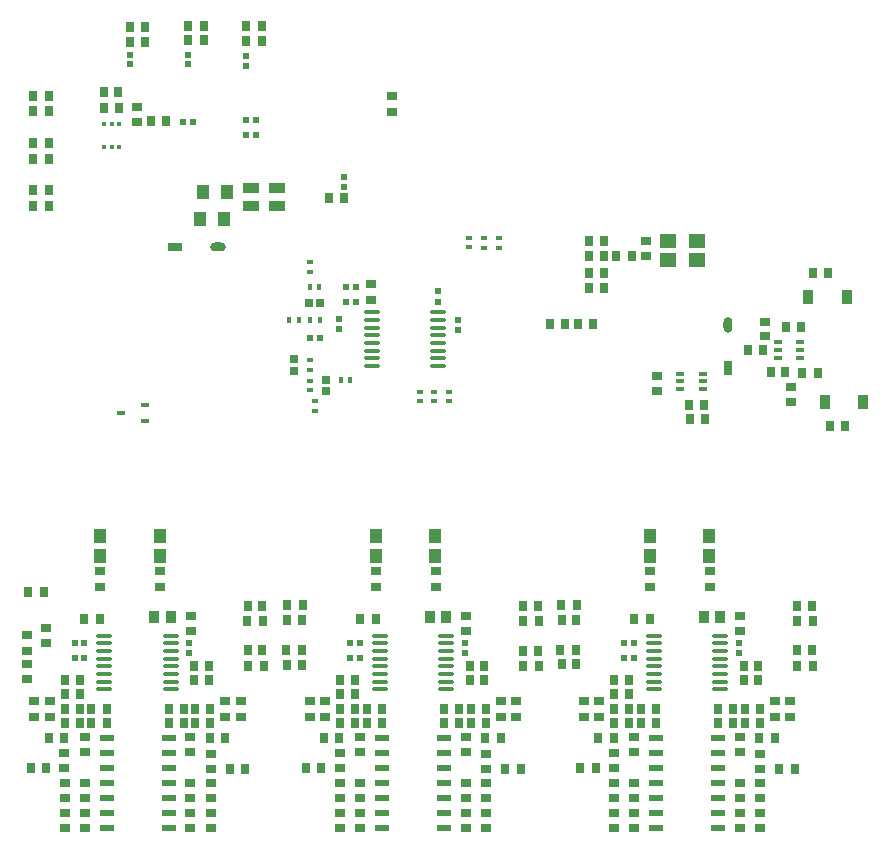
<source format=gbp>
G04*
G04 #@! TF.GenerationSoftware,Altium Limited,Altium Designer,24.4.1 (13)*
G04*
G04 Layer_Color=128*
%FSLAX44Y44*%
%MOMM*%
G71*
G04*
G04 #@! TF.SameCoordinates,D7575A33-01EC-4171-9A11-0C774D8D2981*
G04*
G04*
G04 #@! TF.FilePolarity,Positive*
G04*
G01*
G75*
%ADD25R,0.5200X0.5200*%
%ADD27R,0.5200X0.5200*%
%ADD33R,0.9500X0.8000*%
%ADD35R,0.5500X0.5500*%
%ADD43R,0.7500X0.8500*%
%ADD44R,0.7000X0.8500*%
%ADD45R,0.8000X0.4000*%
%ADD80R,0.3500X0.4500*%
%ADD81R,0.8500X0.7500*%
%ADD82R,0.4000X0.5000*%
%ADD83R,0.8000X0.9500*%
%ADD84R,0.8500X0.7000*%
%ADD85R,0.7000X0.4200*%
%ADD86O,1.4000X0.3500*%
%ADD87R,1.0500X1.1500*%
%ADD88R,1.3082X0.7621*%
G04:AMPARAMS|DCode=89|XSize=1.3082mm|YSize=0.7621mm|CornerRadius=0.3811mm|HoleSize=0mm|Usage=FLASHONLY|Rotation=0.000|XOffset=0mm|YOffset=0mm|HoleType=Round|Shape=RoundedRectangle|*
%AMROUNDEDRECTD89*
21,1,1.3082,0.0000,0,0,0.0*
21,1,0.5461,0.7621,0,0,0.0*
1,1,0.7621,0.2730,0.0000*
1,1,0.7621,-0.2730,0.0000*
1,1,0.7621,-0.2730,0.0000*
1,1,0.7621,0.2730,0.0000*
%
%ADD89ROUNDEDRECTD89*%
%ADD90R,1.3500X0.9500*%
%ADD91R,1.0000X1.2500*%
%ADD92R,0.5000X0.4000*%
%ADD93R,0.6725X0.7154*%
%ADD94R,0.7154X0.6725*%
%ADD95R,1.4562X1.2546*%
%ADD96R,0.9500X1.0500*%
%ADD97R,0.8621X0.7565*%
G04:AMPARAMS|DCode=98|XSize=0.55mm|YSize=1.25mm|CornerRadius=0.0495mm|HoleSize=0mm|Usage=FLASHONLY|Rotation=90.000|XOffset=0mm|YOffset=0mm|HoleType=Round|Shape=RoundedRectangle|*
%AMROUNDEDRECTD98*
21,1,0.5500,1.1510,0,0,90.0*
21,1,0.4510,1.2500,0,0,90.0*
1,1,0.0990,0.5755,0.2255*
1,1,0.0990,0.5755,-0.2255*
1,1,0.0990,-0.5755,-0.2255*
1,1,0.0990,-0.5755,0.2255*
%
%ADD98ROUNDEDRECTD98*%
G04:AMPARAMS|DCode=99|XSize=1.3082mm|YSize=0.7621mm|CornerRadius=0.3811mm|HoleSize=0mm|Usage=FLASHONLY|Rotation=90.000|XOffset=0mm|YOffset=0mm|HoleType=Round|Shape=RoundedRectangle|*
%AMROUNDEDRECTD99*
21,1,1.3082,0.0000,0,0,90.0*
21,1,0.5461,0.7621,0,0,90.0*
1,1,0.7621,0.0000,0.2730*
1,1,0.7621,0.0000,-0.2730*
1,1,0.7621,0.0000,-0.2730*
1,1,0.7621,0.0000,0.2730*
%
%ADD99ROUNDEDRECTD99*%
%ADD100R,0.7621X1.3082*%
%ADD101R,0.9100X1.2200*%
D25*
X292000Y662500D02*
D03*
X300000D02*
D03*
X207448Y803751D02*
D03*
X215448D02*
D03*
X207448Y816501D02*
D03*
X215448D02*
D03*
X161948Y815001D02*
D03*
X153948D02*
D03*
X535500Y373250D02*
D03*
X527500D02*
D03*
X303500Y360500D02*
D03*
X295500D02*
D03*
X303500Y373250D02*
D03*
X295500D02*
D03*
X70250Y373250D02*
D03*
X62250D02*
D03*
X70250Y360500D02*
D03*
X62250D02*
D03*
X269350Y632000D02*
D03*
X261350D02*
D03*
X535500Y360500D02*
D03*
X527500D02*
D03*
X300000Y675250D02*
D03*
X292000D02*
D03*
D27*
X158250Y863750D02*
D03*
Y871750D02*
D03*
X108750Y863750D02*
D03*
Y871750D02*
D03*
X392500Y373500D02*
D03*
Y365500D02*
D03*
X159250Y373500D02*
D03*
Y365500D02*
D03*
X386500Y639000D02*
D03*
Y647000D02*
D03*
X207448Y870500D02*
D03*
Y862500D02*
D03*
X624500Y373500D02*
D03*
Y365500D02*
D03*
D33*
X21500Y380500D02*
D03*
Y367000D02*
D03*
X312750Y677900D02*
D03*
Y664400D02*
D03*
X274250Y310750D02*
D03*
Y324250D02*
D03*
X261000Y310750D02*
D03*
Y324250D02*
D03*
X436087Y310750D02*
D03*
Y324250D02*
D03*
X422837Y310750D02*
D03*
Y324250D02*
D03*
X189587Y310750D02*
D03*
Y324250D02*
D03*
X202837Y310750D02*
D03*
Y324250D02*
D03*
X27750Y310750D02*
D03*
Y324250D02*
D03*
X41000Y310750D02*
D03*
Y324250D02*
D03*
X654837Y310750D02*
D03*
Y324250D02*
D03*
X668087Y310750D02*
D03*
Y324250D02*
D03*
X493000Y310750D02*
D03*
Y324250D02*
D03*
X506250Y310750D02*
D03*
Y324250D02*
D03*
D35*
X285850Y648250D02*
D03*
Y639250D02*
D03*
X369500Y662250D02*
D03*
Y671250D02*
D03*
X290000Y759250D02*
D03*
Y768250D02*
D03*
D43*
X595750Y563000D02*
D03*
X582750D02*
D03*
X497500Y686500D02*
D03*
X510500D02*
D03*
X497500Y713750D02*
D03*
X510500D02*
D03*
X533500Y701250D02*
D03*
X520500D02*
D03*
X501000Y644000D02*
D03*
X488000D02*
D03*
X464500D02*
D03*
X477500D02*
D03*
X277250Y750000D02*
D03*
X290250D02*
D03*
X171250Y883750D02*
D03*
X158250D02*
D03*
X158250Y896250D02*
D03*
X171250D02*
D03*
X273250Y293100D02*
D03*
X286250D02*
D03*
X322250Y306100D02*
D03*
X309250D02*
D03*
X258000Y267850D02*
D03*
X271000D02*
D03*
X322250Y318100D02*
D03*
X309250D02*
D03*
X374750Y318000D02*
D03*
X387750D02*
D03*
X422750Y292850D02*
D03*
X409750D02*
D03*
X374750Y306000D02*
D03*
X387750D02*
D03*
X439500Y266850D02*
D03*
X426500D02*
D03*
X206250Y266850D02*
D03*
X193250D02*
D03*
X141500Y306000D02*
D03*
X154500D02*
D03*
X189500Y292850D02*
D03*
X176500D02*
D03*
X141500Y318000D02*
D03*
X154500D02*
D03*
X89000Y318100D02*
D03*
X76000D02*
D03*
X24750Y267850D02*
D03*
X37750D02*
D03*
X89000Y306100D02*
D03*
X76000D02*
D03*
X40000Y293100D02*
D03*
X53000D02*
D03*
X207500Y896250D02*
D03*
X220500D02*
D03*
X86750Y826750D02*
D03*
X99750D02*
D03*
X220500Y883700D02*
D03*
X207500D02*
D03*
X108750Y882853D02*
D03*
X121750D02*
D03*
X671500Y266850D02*
D03*
X658500D02*
D03*
X606750Y306000D02*
D03*
X619750D02*
D03*
X654750Y292850D02*
D03*
X641750D02*
D03*
X606750Y318000D02*
D03*
X619750D02*
D03*
X554250Y318100D02*
D03*
X541250D02*
D03*
X490000Y267850D02*
D03*
X503000D02*
D03*
X554250Y306100D02*
D03*
X541250D02*
D03*
X505251Y293100D02*
D03*
X518250D02*
D03*
X632000Y621750D02*
D03*
X645000D02*
D03*
X678000Y602500D02*
D03*
X691000D02*
D03*
X664000Y641250D02*
D03*
X677000D02*
D03*
X701250Y557500D02*
D03*
X714250D02*
D03*
X687000Y686500D02*
D03*
X700000D02*
D03*
X40000Y824000D02*
D03*
X27000D02*
D03*
D44*
X139250Y815750D02*
D03*
X126750D02*
D03*
X99000Y840000D02*
D03*
X86500D02*
D03*
X208500Y405250D02*
D03*
X221000D02*
D03*
X595000Y575500D02*
D03*
X582500D02*
D03*
X497750Y701250D02*
D03*
X510250D02*
D03*
X497750Y673962D02*
D03*
X510250D02*
D03*
X299501Y306100D02*
D03*
X287001D02*
D03*
X299501Y318100D02*
D03*
X287001D02*
D03*
X397500Y318000D02*
D03*
X410000D02*
D03*
X397500Y306000D02*
D03*
X410000D02*
D03*
X242000Y392750D02*
D03*
X254500D02*
D03*
X454250Y367000D02*
D03*
X441750D02*
D03*
X396400Y354329D02*
D03*
X408900D02*
D03*
X396400Y342329D02*
D03*
X408900D02*
D03*
X242000Y355000D02*
D03*
X254500D02*
D03*
X454250Y405250D02*
D03*
X441750D02*
D03*
X299501Y330200D02*
D03*
X287001D02*
D03*
X299501Y342200D02*
D03*
X287001D02*
D03*
X66250Y342200D02*
D03*
X53750D02*
D03*
X66250Y330200D02*
D03*
X53750D02*
D03*
X163150Y342330D02*
D03*
X175650D02*
D03*
X163150Y354330D02*
D03*
X175650D02*
D03*
X221000Y367500D02*
D03*
X208500D02*
D03*
X164250Y306000D02*
D03*
X176750D02*
D03*
X164250Y318000D02*
D03*
X176750D02*
D03*
X66250Y318100D02*
D03*
X53750D02*
D03*
X66250Y306100D02*
D03*
X53750D02*
D03*
X121500Y895500D02*
D03*
X109000D02*
D03*
X531500Y342200D02*
D03*
X519001D02*
D03*
X531500Y330200D02*
D03*
X519001D02*
D03*
X686250Y405250D02*
D03*
X673750D02*
D03*
X474250Y355500D02*
D03*
X486750D02*
D03*
X628400Y342330D02*
D03*
X640900D02*
D03*
X628400Y354330D02*
D03*
X640900D02*
D03*
X686250Y367250D02*
D03*
X673750D02*
D03*
X474250Y392750D02*
D03*
X486750D02*
D03*
X629500Y306000D02*
D03*
X642000D02*
D03*
X629500Y318000D02*
D03*
X642000D02*
D03*
X531500Y318100D02*
D03*
X519001D02*
D03*
X531500Y306100D02*
D03*
X519001D02*
D03*
X651250Y603250D02*
D03*
X663750D02*
D03*
D45*
X593750Y588500D02*
D03*
Y595000D02*
D03*
Y601500D02*
D03*
X574750D02*
D03*
Y595000D02*
D03*
Y588500D02*
D03*
X657250Y615250D02*
D03*
Y621750D02*
D03*
Y628250D02*
D03*
X676250D02*
D03*
Y621750D02*
D03*
Y615250D02*
D03*
D80*
X99750Y813000D02*
D03*
X93250D02*
D03*
X86750D02*
D03*
Y793500D02*
D03*
X93250D02*
D03*
X99750D02*
D03*
D81*
X555000Y600000D02*
D03*
Y587000D02*
D03*
X330750Y836500D02*
D03*
Y823500D02*
D03*
X546000Y714250D02*
D03*
Y701250D02*
D03*
X304000Y216849D02*
D03*
Y229850D02*
D03*
Y255350D02*
D03*
Y242349D02*
D03*
X393000Y216849D02*
D03*
Y229850D02*
D03*
X393000Y255250D02*
D03*
Y242250D02*
D03*
X316750Y421250D02*
D03*
Y434250D02*
D03*
X367550Y421250D02*
D03*
Y434250D02*
D03*
X134300Y421250D02*
D03*
Y434250D02*
D03*
X83500Y421250D02*
D03*
Y434250D02*
D03*
X159750Y255250D02*
D03*
Y242250D02*
D03*
Y216850D02*
D03*
Y229850D02*
D03*
X70750Y255350D02*
D03*
Y242350D02*
D03*
Y216850D02*
D03*
Y229850D02*
D03*
X114750Y814750D02*
D03*
Y827750D02*
D03*
X548750Y421250D02*
D03*
Y434250D02*
D03*
X599550Y421250D02*
D03*
Y434250D02*
D03*
X625000Y255250D02*
D03*
Y242250D02*
D03*
Y216850D02*
D03*
Y229850D02*
D03*
X536000Y255350D02*
D03*
Y242350D02*
D03*
Y216850D02*
D03*
Y229850D02*
D03*
X668500Y577500D02*
D03*
Y590500D02*
D03*
D82*
X251747Y647000D02*
D03*
X243748D02*
D03*
X261350Y647000D02*
D03*
X269350D02*
D03*
X295100Y596500D02*
D03*
X287100D02*
D03*
X269059Y675250D02*
D03*
X261059D02*
D03*
D83*
X473250Y367750D02*
D03*
X486750D02*
D03*
X687000Y354500D02*
D03*
X673500D02*
D03*
X687000Y392250D02*
D03*
X673500D02*
D03*
X473500Y405750D02*
D03*
X487000D02*
D03*
X241500D02*
D03*
X255000D02*
D03*
X241250Y368000D02*
D03*
X254750D02*
D03*
X455000Y354500D02*
D03*
X441500D02*
D03*
X455000Y392500D02*
D03*
X441500D02*
D03*
X221500Y392250D02*
D03*
X208000D02*
D03*
X35750Y416500D02*
D03*
X22250D02*
D03*
X222000Y354500D02*
D03*
X208500D02*
D03*
X549000Y393500D02*
D03*
X535500D02*
D03*
X303500Y393500D02*
D03*
X317000D02*
D03*
X70250Y393500D02*
D03*
X83750D02*
D03*
X26500Y757250D02*
D03*
X40000D02*
D03*
X26500Y783000D02*
D03*
X40000D02*
D03*
X26500Y743750D02*
D03*
X40000D02*
D03*
X40000Y796500D02*
D03*
X26500D02*
D03*
X40000Y836500D02*
D03*
X26500D02*
D03*
D84*
X21500Y355500D02*
D03*
Y343000D02*
D03*
X625500Y396250D02*
D03*
Y383750D02*
D03*
X393500Y396250D02*
D03*
Y383750D02*
D03*
X160250Y396250D02*
D03*
Y383750D02*
D03*
X37500Y373750D02*
D03*
Y386250D02*
D03*
X646250Y633250D02*
D03*
Y645750D02*
D03*
D85*
X101500Y568250D02*
D03*
X121500Y561750D02*
D03*
Y574750D02*
D03*
D86*
X369500Y653500D02*
D03*
Y647000D02*
D03*
Y640500D02*
D03*
Y634000D02*
D03*
Y627500D02*
D03*
Y621000D02*
D03*
Y614500D02*
D03*
Y608000D02*
D03*
X313500Y653500D02*
D03*
Y647000D02*
D03*
Y640500D02*
D03*
Y634000D02*
D03*
Y627500D02*
D03*
Y621000D02*
D03*
Y614500D02*
D03*
Y608000D02*
D03*
X376500Y379750D02*
D03*
Y373250D02*
D03*
Y366750D02*
D03*
Y360250D02*
D03*
Y353750D02*
D03*
Y347250D02*
D03*
Y340750D02*
D03*
Y334250D02*
D03*
X320500Y379750D02*
D03*
Y373250D02*
D03*
Y366750D02*
D03*
Y360250D02*
D03*
Y353750D02*
D03*
Y347250D02*
D03*
Y340750D02*
D03*
Y334250D02*
D03*
X143250Y379750D02*
D03*
Y373250D02*
D03*
Y366750D02*
D03*
Y360250D02*
D03*
Y353750D02*
D03*
Y347250D02*
D03*
Y340750D02*
D03*
Y334250D02*
D03*
X87250Y379750D02*
D03*
Y373250D02*
D03*
Y366750D02*
D03*
Y360250D02*
D03*
Y353750D02*
D03*
Y347250D02*
D03*
Y340750D02*
D03*
Y334250D02*
D03*
X608500Y379750D02*
D03*
Y373250D02*
D03*
Y366750D02*
D03*
Y360250D02*
D03*
Y353750D02*
D03*
Y347250D02*
D03*
Y340750D02*
D03*
Y334250D02*
D03*
X552500Y379750D02*
D03*
Y373250D02*
D03*
Y366750D02*
D03*
Y360250D02*
D03*
Y353750D02*
D03*
Y347250D02*
D03*
Y340750D02*
D03*
Y334250D02*
D03*
D87*
X599500Y447000D02*
D03*
Y464000D02*
D03*
X548750D02*
D03*
Y447000D02*
D03*
X316750Y464000D02*
D03*
Y447000D02*
D03*
X367500Y464000D02*
D03*
Y447000D02*
D03*
X83500Y464000D02*
D03*
Y447000D02*
D03*
X134250Y464000D02*
D03*
Y447000D02*
D03*
D88*
X146750Y708500D02*
D03*
D89*
X183250D02*
D03*
D90*
X233000Y758500D02*
D03*
Y743500D02*
D03*
X211500Y758500D02*
D03*
Y743500D02*
D03*
D91*
X170750Y755166D02*
D03*
X190750D02*
D03*
X188250Y732167D02*
D03*
X168250D02*
D03*
D92*
X366500Y586250D02*
D03*
Y578250D02*
D03*
X354000Y586250D02*
D03*
Y578250D02*
D03*
X421000Y708250D02*
D03*
Y716250D02*
D03*
X261100Y595500D02*
D03*
Y587500D02*
D03*
X261500Y695750D02*
D03*
Y687750D02*
D03*
X396000Y716750D02*
D03*
Y708750D02*
D03*
X379000Y578250D02*
D03*
Y586250D02*
D03*
X265250Y578250D02*
D03*
Y570250D02*
D03*
X260963Y612959D02*
D03*
Y604959D02*
D03*
X408500Y716250D02*
D03*
Y708250D02*
D03*
D93*
X247350Y604214D02*
D03*
Y613786D02*
D03*
X274600Y586714D02*
D03*
Y596286D02*
D03*
D94*
X260273Y661750D02*
D03*
X269845D02*
D03*
D95*
X564674Y714289D02*
D03*
Y697773D02*
D03*
X589174Y714289D02*
D03*
Y697773D02*
D03*
D96*
X594750Y395500D02*
D03*
X608750D02*
D03*
X362750Y395500D02*
D03*
X376750D02*
D03*
X129500Y395500D02*
D03*
X143500D02*
D03*
D97*
X304000Y294109D02*
D03*
Y281092D02*
D03*
X286500Y280858D02*
D03*
Y267841D02*
D03*
X286751Y216841D02*
D03*
Y229858D02*
D03*
Y255358D02*
D03*
Y242341D02*
D03*
X410500Y216591D02*
D03*
Y229608D02*
D03*
X410501Y255250D02*
D03*
Y242233D02*
D03*
X393000Y294109D02*
D03*
Y281092D02*
D03*
X410501Y279859D02*
D03*
Y266842D02*
D03*
X177250Y279858D02*
D03*
Y266841D02*
D03*
X159750Y294109D02*
D03*
Y281091D02*
D03*
X177250Y255250D02*
D03*
Y242233D02*
D03*
Y216591D02*
D03*
Y229608D02*
D03*
X53500Y255359D02*
D03*
Y242341D02*
D03*
Y216842D02*
D03*
Y229858D02*
D03*
X53250Y280859D02*
D03*
Y267842D02*
D03*
X70750Y294109D02*
D03*
Y281091D02*
D03*
X642500Y279859D02*
D03*
Y266842D02*
D03*
X625000Y294109D02*
D03*
Y281092D02*
D03*
X642500Y255250D02*
D03*
Y242233D02*
D03*
Y216591D02*
D03*
Y229608D02*
D03*
X518750Y255359D02*
D03*
Y242341D02*
D03*
Y216842D02*
D03*
Y229859D02*
D03*
X518500Y280859D02*
D03*
Y267842D02*
D03*
X536000Y294109D02*
D03*
Y281092D02*
D03*
D98*
X374750Y293350D02*
D03*
Y280650D02*
D03*
Y267950D02*
D03*
Y255250D02*
D03*
Y242550D02*
D03*
Y229850D02*
D03*
Y217150D02*
D03*
X322250Y293350D02*
D03*
Y280650D02*
D03*
Y267950D02*
D03*
Y255250D02*
D03*
Y242550D02*
D03*
Y229850D02*
D03*
Y217150D02*
D03*
X141500Y293350D02*
D03*
Y280650D02*
D03*
Y267950D02*
D03*
Y255250D02*
D03*
Y242550D02*
D03*
Y229850D02*
D03*
Y217150D02*
D03*
X89000Y293350D02*
D03*
Y280650D02*
D03*
Y267950D02*
D03*
Y255250D02*
D03*
Y242550D02*
D03*
Y229850D02*
D03*
Y217150D02*
D03*
X606750Y293350D02*
D03*
Y280650D02*
D03*
Y267950D02*
D03*
Y255250D02*
D03*
Y242550D02*
D03*
Y229850D02*
D03*
Y217150D02*
D03*
X554250Y293350D02*
D03*
Y280650D02*
D03*
Y267950D02*
D03*
Y255250D02*
D03*
Y242550D02*
D03*
Y229850D02*
D03*
Y217150D02*
D03*
D99*
X615000Y642750D02*
D03*
D100*
Y606250D02*
D03*
D101*
X696937Y577250D02*
D03*
X729637D02*
D03*
X683000Y666500D02*
D03*
X715700D02*
D03*
M02*

</source>
